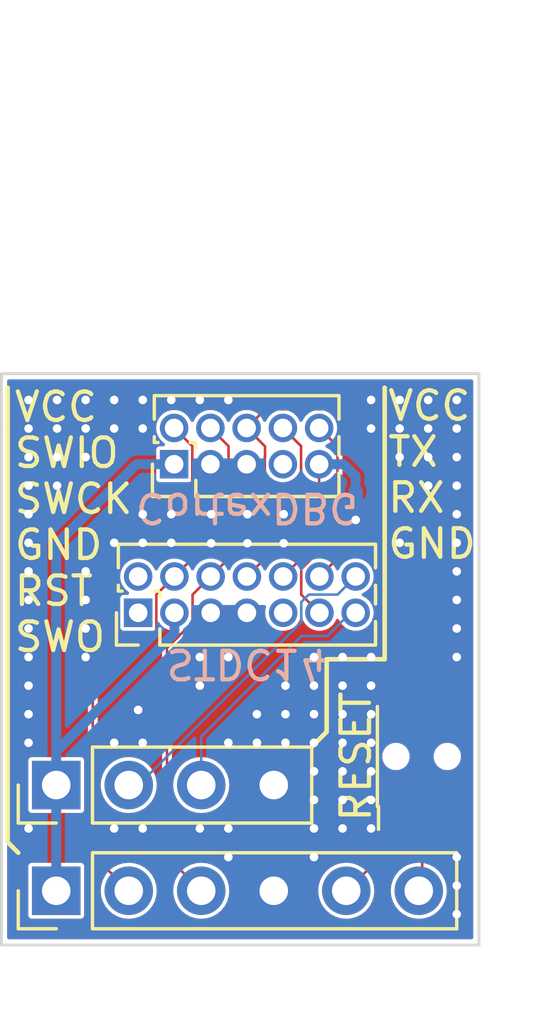
<source format=kicad_pcb>
(kicad_pcb (version 20221018) (generator pcbnew)
  (layers (0 "F.Cu" mixed) (31 "B.Cu" mixed) (34 "B.Paste" user) (35 "F.Paste" user) (36 "B.SilkS" user "B.Silkscreen") (37 "F.SilkS" user "F.Silkscreen") (38 "B.Mask" user) (39 "F.Mask" user) (44 "Edge.Cuts" user))
  (net 0 "")
  (net 3 "/SWDIO_TMS")
  (net 4 "/GND")
  (net 5 "/SWDCLK_TCLK")
  (net 6 "/NC_RTCK")
  (net 7 "/NC_TDI")
  (net 8 "/GND_DETECT")
  (net 9 "/VCC")
  (net 10 "/RX")
  (net 11 "/TX")
  (net 13 "/SWO_TDO")
  (net 14 "/nRESET")
  (footprint "Connector_PinHeader_2.54mm:PinHeader_1x06_P2.54mm_Vertical" (layer "F.Cu") (at 122.66 51.2 90)
    (fp_text reference "J5" hide)
    (fp_text value "Conn_01x06")
    (fp_line (start -1.33 -1.33) (end 0 -1.33) (stroke (width 0.12)) (layer "F.SilkS"))
    (fp_line (start -1.33 0) (end -1.33 -1.33) (stroke (width 0.12)) (layer "F.SilkS"))
    (fp_line (start -1.33 1.27) (end -1.33 14.03) (stroke (width 0.12)) (layer "F.SilkS"))
    (fp_line (start -1.33 1.27) (end 1.33 1.27) (stroke (width 0.12)) (layer "F.SilkS"))
    (fp_line (start -1.33 14.03) (end 1.33 14.03) (stroke (width 0.12)) (layer "F.SilkS"))
    (fp_line (start 1.33 1.27) (end 1.33 14.03) (stroke (width 0.12)) (layer "F.SilkS"))
    (pad "1" thru_hole rect (at 0 0 90) (size 1.7 1.7) (drill 1) (layers "*.Cu" "*.Mask") (net 9 "/VCC"))
    (pad "2" thru_hole oval (at 0 2.54 90) (size 1.7 1.7) (drill 1) (layers "*.Cu" "*.Mask") (net 3 "/SWDIO_TMS"))
    (pad "3" thru_hole oval (at 0 5.08 90) (size 1.7 1.7) (drill 1) (layers "*.Cu" "*.Mask") (net 5 "/SWDCLK_TCLK"))
    (pad "4" thru_hole oval (at 0 7.62 90) (size 1.7 1.7) (drill 1) (layers "*.Cu" "*.Mask") (net 4 "/GND"))
    (pad "5" thru_hole oval (at 0 10.16 90) (size 1.7 1.7) (drill 1) (layers "*.Cu" "*.Mask") (net 14 "/nRESET"))
    (pad "6" thru_hole oval (at 0 12.7 90) (size 1.7 1.7) (drill 1) (layers "*.Cu" "*.Mask") (net 13 "/SWO_TDO"))
  )
  (footprint "Connector_PinHeader_1.27mm:PinHeader_2x07_P1.27mm_Vertical" (layer "F.Cu") (at 125.53 41.47 90)
    (fp_text reference "J1" hide)
    (fp_text value "Conn_02x07_Odd_Even")
    (fp_line (start -1.13 -0.76) (end 0 -0.76) (stroke (width 0.12)) (layer "F.SilkS"))
    (fp_line (start -1.13 0) (end -1.13 -0.76) (stroke (width 0.12)) (layer "F.SilkS"))
    (fp_line (start -1.13 0.76) (end -1.13 8.315) (stroke (width 0.12)) (layer "F.SilkS"))
    (fp_line (start -1.13 0.76) (end -0.563471 0.76) (stroke (width 0.12)) (layer "F.SilkS"))
    (fp_line (start -1.13 8.315) (end -0.30753 8.315) (stroke (width 0.12)) (layer "F.SilkS"))
    (fp_line (start 0.30753 8.315) (end 0.96247 8.315) (stroke (width 0.12)) (layer "F.SilkS"))
    (fp_line (start 0.563471 0.76) (end 0.706529 0.76) (stroke (width 0.12)) (layer "F.SilkS"))
    (fp_line (start 0.76 -0.695) (end 0.96247 -0.695) (stroke (width 0.12)) (layer "F.SilkS"))
    (fp_line (start 0.76 -0.563471) (end 0.76 -0.695) (stroke (width 0.12)) (layer "F.SilkS"))
    (fp_line (start 0.76 0.706529) (end 0.76 0.563471) (stroke (width 0.12)) (layer "F.SilkS"))
    (fp_line (start 1.57753 -0.695) (end 2.4 -0.695) (stroke (width 0.12)) (layer "F.SilkS"))
    (fp_line (start 1.57753 8.315) (end 2.4 8.315) (stroke (width 0.12)) (layer "F.SilkS"))
    (fp_line (start 2.4 -0.695) (end 2.4 8.315) (stroke (width 0.12)) (layer "F.SilkS"))
    (pad "1" thru_hole rect (at 0 0 90) (size 1 1) (drill 0.65) (layers "*.Cu" "*.Mask"))
    (pad "2" thru_hole oval (at 1.27 0 90) (size 1 1) (drill 0.65) (layers "*.Cu" "*.Mask"))
    (pad "3" thru_hole oval (at 0 1.27 90) (size 1 1) (drill 0.65) (layers "*.Cu" "*.Mask") (net 9 "/VCC"))
    (pad "4" thru_hole oval (at 1.27 1.27 90) (size 1 1) (drill 0.65) (layers "*.Cu" "*.Mask") (net 3 "/SWDIO_TMS"))
    (pad "5" thru_hole oval (at 0 2.54 90) (size 1 1) (drill 0.65) (layers "*.Cu" "*.Mask") (net 4 "/GND"))
    (pad "6" thru_hole oval (at 1.27 2.54 90) (size 1 1) (drill 0.65) (layers "*.Cu" "*.Mask") (net 5 "/SWDCLK_TCLK"))
    (pad "7" thru_hole oval (at 0 3.81 90) (size 1 1) (drill 0.65) (layers "*.Cu" "*.Mask") (net 4 "/GND"))
    (pad "8" thru_hole oval (at 1.27 3.81 90) (size 1 1) (drill 0.65) (layers "*.Cu" "*.Mask") (net 13 "/SWO_TDO"))
    (pad "9" thru_hole oval (at 0 5.08 90) (size 1 1) (drill 0.65) (layers "*.Cu" "*.Mask") (net 6 "/NC_RTCK"))
    (pad "10" thru_hole oval (at 1.27 5.08 90) (size 1 1) (drill 0.65) (layers "*.Cu" "*.Mask") (net 7 "/NC_TDI"))
    (pad "11" thru_hole oval (at 0 6.35 90) (size 1 1) (drill 0.65) (layers "*.Cu" "*.Mask") (net 8 "/GND_DETECT"))
    (pad "12" thru_hole oval (at 1.27 6.35 90) (size 1 1) (drill 0.65) (layers "*.Cu" "*.Mask") (net 14 "/nRESET"))
    (pad "13" thru_hole oval (at 0 7.62 90) (size 1 1) (drill 0.65) (layers "*.Cu" "*.Mask") (net 10 "/RX"))
    (pad "14" thru_hole oval (at 1.27 7.62 90) (size 1 1) (drill 0.65) (layers "*.Cu" "*.Mask") (net 11 "/TX"))
  )
  (footprint "Connector_PinHeader_1.27mm:PinHeader_2x05_P1.27mm_Vertical" (layer "F.Cu") (at 126.79 36.27 90)
    (fp_text reference "J3" hide)
    (fp_text value "Conn_02x05_Odd_Even")
    (fp_line (start -1.13 -0.76) (end 0 -0.76) (stroke (width 0.12)) (layer "F.SilkS"))
    (fp_line (start -1.13 0) (end -1.13 -0.76) (stroke (width 0.12)) (layer "F.SilkS"))
    (fp_line (start -1.13 0.76) (end -1.13 5.775) (stroke (width 0.12)) (layer "F.SilkS"))
    (fp_line (start -1.13 0.76) (end -0.563471 0.76) (stroke (width 0.12)) (layer "F.SilkS"))
    (fp_line (start -1.13 5.775) (end -0.30753 5.775) (stroke (width 0.12)) (layer "F.SilkS"))
    (fp_line (start 0.30753 5.775) (end 0.96247 5.775) (stroke (width 0.12)) (layer "F.SilkS"))
    (fp_line (start 0.563471 0.76) (end 0.706529 0.76) (stroke (width 0.12)) (layer "F.SilkS"))
    (fp_line (start 0.76 -0.695) (end 0.96247 -0.695) (stroke (width 0.12)) (layer "F.SilkS"))
    (fp_line (start 0.76 -0.563471) (end 0.76 -0.695) (stroke (width 0.12)) (layer "F.SilkS"))
    (fp_line (start 0.76 0.706529) (end 0.76 0.563471) (stroke (width 0.12)) (layer "F.SilkS"))
    (fp_line (start 1.57753 -0.695) (end 2.4 -0.695) (stroke (width 0.12)) (layer "F.SilkS"))
    (fp_line (start 1.57753 5.775) (end 2.4 5.775) (stroke (width 0.12)) (layer "F.SilkS"))
    (fp_line (start 2.4 -0.695) (end 2.4 5.775) (stroke (width 0.12)) (layer "F.SilkS"))
    (pad "1" thru_hole rect (at 0 0 90) (size 1 1) (drill 0.65) (layers "*.Cu" "*.Mask") (net 9 "/VCC"))
    (pad "2" thru_hole oval (at 1.27 0 90) (size 1 1) (drill 0.65) (layers "*.Cu" "*.Mask") (net 3 "/SWDIO_TMS"))
    (pad "3" thru_hole oval (at 0 1.27 90) (size 1 1) (drill 0.65) (layers "*.Cu" "*.Mask") (net 4 "/GND"))
    (pad "4" thru_hole oval (at 1.27 1.27 90) (size 1 1) (drill 0.65) (layers "*.Cu" "*.Mask") (net 5 "/SWDCLK_TCLK"))
    (pad "5" thru_hole oval (at 0 2.54 90) (size 1 1) (drill 0.65) (layers "*.Cu" "*.Mask") (net 4 "/GND"))
    (pad "6" thru_hole oval (at 1.27 2.54 90) (size 1 1) (drill 0.65) (layers "*.Cu" "*.Mask") (net 13 "/SWO_TDO"))
    (pad "7" thru_hole oval (at 0 3.81 90) (size 1 1) (drill 0.65) (layers "*.Cu" "*.Mask"))
    (pad "8" thru_hole oval (at 1.27 3.81 90) (size 1 1) (drill 0.65) (layers "*.Cu" "*.Mask") (net 7 "/NC_TDI"))
    (pad "9" thru_hole oval (at 0 5.08 90) (size 1 1) (drill 0.65) (layers "*.Cu" "*.Mask") (net 8 "/GND_DETECT"))
    (pad "10" thru_hole oval (at 1.27 5.08 90) (size 1 1) (drill 0.65) (layers "*.Cu" "*.Mask") (net 14 "/nRESET"))
  )
  (footprint "Connector_PinHeader_2.54mm:PinHeader_1x04_P2.54mm_Vertical" (layer "F.Cu") (at 122.66 47.5 90)
    (fp_text reference "J4" hide)
    (fp_text value "Conn_01x04")
    (fp_line (start -1.33 -1.33) (end 0 -1.33) (stroke (width 0.12)) (layer "F.SilkS"))
    (fp_line (start -1.33 0) (end -1.33 -1.33) (stroke (width 0.12)) (layer "F.SilkS"))
    (fp_line (start -1.33 1.27) (end -1.33 8.95) (stroke (width 0.12)) (layer "F.SilkS"))
    (fp_line (start -1.33 1.27) (end 1.33 1.27) (stroke (width 0.12)) (layer "F.SilkS"))
    (fp_line (start -1.33 8.95) (end 1.33 8.95) (stroke (width 0.12)) (layer "F.SilkS"))
    (fp_line (start 1.33 1.27) (end 1.33 8.95) (stroke (width 0.12)) (layer "F.SilkS"))
    (pad "1" thru_hole rect (at 0 0 90) (size 1.7 1.7) (drill 1) (layers "*.Cu" "*.Mask") (net 9 "/VCC"))
    (pad "2" thru_hole oval (at 0 2.54 90) (size 1.7 1.7) (drill 1) (layers "*.Cu" "*.Mask") (net 11 "/TX"))
    (pad "3" thru_hole oval (at 0 5.08 90) (size 1.7 1.7) (drill 1) (layers "*.Cu" "*.Mask") (net 10 "/RX"))
    (pad "4" thru_hole oval (at 0 7.62 90) (size 1.7 1.7) (drill 1) (layers "*.Cu" "*.Mask") (net 4 "/GND"))
  )
  (footprint "Button_Switch_SMD:SW_SPST_EVQP7C" (layer "F.Cu") (at 135.46 46.5 90)
    (fp_text reference "SW1" hide)
    (fp_text value "SW_Push")
    (fp_line (start -2.55 -1.51) (end -1.75 -1.51) (stroke (width 0.12)) (layer "F.SilkS"))
    (fp_line (start -1.75 -1.55) (end -1.75 -1.51) (stroke (width 0.12)) (layer "F.SilkS"))
    (fp_line (start -1.75 -1.55) (end 1.75 -1.55) (stroke (width 0.12)) (layer "F.SilkS"))
    (pad "" np_thru_hole circle (at 0 -0.9 90) (size 0.7 0.7) (drill 0.7) (layers "*.Cu" "*.Mask"))
    (pad "" np_thru_hole circle (at 0 0.9 90) (size 0.7 0.7) (drill 0.7) (layers "*.Cu" "*.Mask"))
    (pad "1" smd roundrect (at -1.8 -0.72 90) (size 1.4 1.05) (layers "F.Cu" "F.Paste" "F.Mask") (roundrect_rratio 0.2380952381) (net 14 "/nRESET"))
    (pad "1" smd roundrect (at 1.8 -0.72 90) (size 1.4 1.05) (layers "F.Cu" "F.Paste" "F.Mask") (roundrect_rratio 0.2380952381) (net 14 "/nRESET"))
    (pad "2" smd roundrect (at -1.8 0.72 90) (size 1.4 1.05) (layers "F.Cu" "F.Paste" "F.Mask") (roundrect_rratio 0.2380952381) (net 4 "/GND"))
    (pad "2" smd roundrect (at 1.8 0.72 90) (size 1.4 1.05) (layers "F.Cu" "F.Paste" "F.Mask") (roundrect_rratio 0.2380952381) (net 4 "/GND"))
  )
  (footprint "NetTie:NetTie-2_SMD_Pad0.5mm" (layer "B.Cu") (at 133.15 37.719 -90)
    (fp_text reference "TIE1" hide)
    (fp_text value "NetTie" hide)
    (fp_poly (pts (xy -0.5 0.25) (xy 0.5 0.25) (xy 0.5 -0.25) (xy -0.5 -0.25)) (fill solid) (layer "B.Cu"))
    (pad "1" smd circle (at -0.5 0 270) (size 0.5 0.5) (layers "B.Cu") (net 8 "/GND_DETECT"))
    (pad "2" smd circle (at 0.5 0 270) (size 0.5 0.5) (layers "B.Cu") (net 4 "/GND"))
  )
  (gr_line (start 134.166 33.592) (end 134.166 43.096) (stroke (width 0.16)) (layer "F.SilkS"))
  (gr_line (start 134.166 43.096) (end 132.134 43.096) (stroke (width 0.16)) (layer "F.SilkS"))
  (gr_line (start 132.134 43.096) (end 132.134 44.366) (stroke (width 0.16)) (layer "F.SilkS"))
  (gr_line (start 132.134 45.636) (end 131.6 46.17) (stroke (width 0.16)) (layer "F.SilkS"))
  (gr_line (start 132.134 45.128) (end 132.134 45.636) (stroke (width 0.16)) (layer "F.SilkS"))
  (gr_line (start 120.958 34.968) (end 120.958 49.498) (stroke (width 0.16)) (layer "F.SilkS"))
  (gr_line (start 132.134 44.366) (end 132.134 45.128) (stroke (width 0.16)) (layer "F.SilkS"))
  (gr_line (start 120.958 49.498) (end 121.33 49.87) (stroke (width 0.16)) (layer "F.SilkS"))
  (gr_line (start 120.958 35.066) (end 120.958 33.592) (stroke (width 0.16)) (layer "F.SilkS"))
  (gr_line (start 120.74 33.1) (end 137.468 33.1) (stroke (width 0.1)) (layer "Edge.Cuts"))
  (gr_line (start 120.74 53.1) (end 120.74 33.1) (stroke (width 0.1)) (layer "Edge.Cuts"))
  (gr_line (start 137.468 53.1) (end 120.74 53.1) (stroke (width 0.1)) (layer "Edge.Cuts"))
  (gr_line (start 137.468 33.1) (end 137.468 53.1) (stroke (width 0.1)) (layer "Edge.Cuts"))
  (gr_text "STDC14" (at 129.34 43.255 180) (layer "B.SilkS") (effects (font (size 1 1)) (justify mirror)))
  (gr_text "CortexDBG" (at 129.34 37.794 180) (layer "B.SilkS") (effects (font (size 1 1)) (justify mirror)))
  (gr_text "VCC\nSWIO\nSWCK\nGND\nRST\nSWO" (at 121.121 38.291) (layer "F.SilkS") (effects (font (size 1 1)) (justify left)))
  (gr_text "VCC\nTX\nRX\nGND" (at 134.202 36.64) (layer "F.SilkS") (effects (font (size 1 1)) (justify left)))
  (gr_text "RESET" (at 133.16 46.5 90) (layer "F.SilkS") (effects (font (size 1 1))))
  (segment (start 126.1665 40.8335) (end 126.8 40.2) (width 0.089) (layer "F.Cu") (net 3))
  (segment (start 123.94 49.94) (end 123.94 44.327) (width 0.089) (layer "F.Cu") (net 3))
  (segment (start 127.4265 35.6365) (end 127.4265 39.5735) (width 0.089) (layer "F.Cu") (net 3))
  (segment (start 127.4265 39.5735) (end 126.8 40.2) (width 0.089) (layer "F.Cu") (net 3))
  (segment (start 126.79 35) (end 127.4265 35.6365) (width 0.089) (layer "F.Cu") (net 3))
  (segment (start 123.94 44.327) (end 126.1665 42.1005) (width 0.089) (layer "F.Cu") (net 3))
  (segment (start 125.2 51.2) (end 123.94 49.94) (width 0.089) (layer "F.Cu") (net 3))
  (segment (start 126.1665 42.1005) (end 126.1665 40.8335) (width 0.089) (layer "F.Cu") (net 3))
  (via (at 121.69 35.02) (size 0.5) (drill 0.3) (layers "F.Cu" "B.Cu") (net 4))
  (via (at 133.69 43.02) (size 0.5) (drill 0.3) (layers "F.Cu" "B.Cu") (net 4))
  (via (at 128.087 38.02) (size 0.5) (drill 0.3) (layers "F.Cu" "B.Cu") (net 4))
  (via (at 124.69 39.02) (size 0.5) (drill 0.3) (layers "F.Cu" "B.Cu") (net 4))
  (via (at 130.627 39.036) (size 0.5) (drill 0.3) (layers "F.Cu" "B.Cu") (net 4))
  (via (at 121.69 44.02) (size 0.5) (drill 0.3) (layers "F.Cu" "B.Cu") (net 4))
  (via (at 133.69 46.02) (size 0.5) (drill 0.3) (layers "F.Cu" "B.Cu") (net 4))
  (via (at 121.69 37.02) (size 0.5) (drill 0.3) (layers "F.Cu" "B.Cu") (net 4))
  (via (at 136.69 42.02) (size 0.5) (drill 0.3) (layers "F.Cu" "B.Cu") (net 4))
  (via (at 135.69 34.02) (size 0.5) (drill 0.3) (layers "F.Cu" "B.Cu") (net 4))
  (via (at 133.69 34.02) (size 0.5) (drill 0.3) (layers "F.Cu" "B.Cu") (net 4))
  (via (at 121.69 36.02) (size 0.5) (drill 0.3) (layers "F.Cu" "B.Cu") (net 4))
  (via (at 136.69 52.02) (size 0.5) (drill 0.3) (layers "F.Cu" "B.Cu") (net 4))
  (via (at 134.69 35.02) (size 0.5) (drill 0.3) (layers "F.Cu" "B.Cu") (net 4))
  (via (at 128.69 50.02) (size 0.5) (drill 0.3) (layers "F.Cu" "B.Cu") (net 4))
  (via (at 127.69 43.02) (size 0.5) (drill 0.3) (layers "F.Cu" "B.Cu") (net 4))
  (via (at 121.69 43.02) (size 0.5) (drill 0.3) (layers "F.Cu" "B.Cu") (net 4))
  (via (at 121.69 40.02) (size 0.5) (drill 0.3) (layers "F.Cu" "B.Cu") (net 4))
  (via (at 132.69 49.02) (size 0.5) (drill 0.3) (layers "F.Cu" "B.Cu") (net 4))
  (via (at 124.69 35.02) (size 0.5) (drill 0.3) (layers "F.Cu" "B.Cu") (net 4))
  (via (at 133.69 49.02) (size 0.5) (drill 0.3) (layers "F.Cu" "B.Cu") (net 4))
  (via (at 127.69 44.02) (size 0.5) (drill 0.3) (layers "F.Cu" "B.Cu") (net 4))
  (via (at 125.69 49.02) (size 0.5) (drill 0.3) (layers "F.Cu" "B.Cu") (net 4))
  (via (at 131.69 43.02) (size 0.5) (drill 0.3) (layers "F.Cu" "B.Cu") (net 4))
  (via (at 122.69 37.02) (size 0.5) (drill 0.3) (layers "F.Cu" "B.Cu") (net 4))
  (via (at 133.69 44.02) (size 0.5) (drill 0.3) (layers "F.Cu" "B.Cu") (net 4))
  (via (at 129.69 46.02) (size 0.5) (drill 0.3) (layers "F.Cu" "B.Cu") (net 4))
  (via (at 133.69 47.02) (size 0.5) (drill 0.3) (layers "F.Cu" "B.Cu") (net 4))
  (via (at 126.69 38.02) (size 0.5) (drill 0.3) (layers "F.Cu" "B.Cu") (net 4))
  (via (at 125.69 46.02) (size 0.5) (drill 0.3) (layers "F.Cu" "B.Cu") (net 4))
  (via (at 136.69 41.02) (size 0.5) (drill 0.3) (layers "F.Cu" "B.Cu") (net 4))
  (via (at 136.69 36.02) (size 0.5) (drill 0.3) (layers "F.Cu" "B.Cu") (net 4))
  (via (at 123.69 36.02) (size 0.5) (drill 0.3) (layers "F.Cu" "B.Cu") (net 4))
  (via (at 125.69 35.02) (size 0.5) (drill 0.3) (layers "F.Cu" "B.Cu") (net 4))
  (via (at 127.69 34.02) (size 0.5) (drill 0.3) (layers "F.Cu" "B.Cu") (net 4))
  (via (at 136.69 37.02) (size 0.5) (drill 0.3) (layers "F.Cu" "B.Cu") (net 4))
  (via (at 136.69 39.02) (size 0.5) (drill 0.3) (layers "F.Cu" "B.Cu") (net 4))
  (via (at 134.69 36.02) (size 0.5) (drill 0.3) (layers "F.Cu" "B.Cu") (net 4))
  (via (at 125.69 34.02) (size 0.5) (drill 0.3) (layers "F.Cu" "B.Cu") (net 4))
  (via (at 128.69 34.02) (size 0.5) (drill 0.3) (layers "F.Cu" "B.Cu") (net 4))
  (via (at 129.69 45.02) (size 0.5) (drill 0.3) (layers "F.Cu" "B.Cu") (net 4))
  (via (at 136.69 40.02) (size 0.5) (drill 0.3) (layers "F.Cu" "B.Cu") (net 4))
  (via (at 121.69 39.02) (size 0.5) (drill 0.3) (layers "F.Cu" "B.Cu") (net 4))
  (via (at 128.69 43.02) (size 0.5) (drill 0.3) (layers "F.Cu" "B.Cu") (net 4))
  (via (at 132.69 44.02) (size 0.5) (drill 0.3) (layers "F.Cu" "B.Cu") (net 4))
  (via (at 125.69 39.02) (size 0.5) (drill 0.3) (layers "F.Cu" "B.Cu") (net 4))
  (via (at 132.69 48.02) (size 0.5) (drill 0.3) (layers "F.Cu" "B.Cu") (net 4))
  (via (at 129.357 38.02) (size 0.5) (drill 0.3) (layers "F.Cu" "B.Cu") (net 4))
  (via (at 121.69 38.02) (size 0.5) (drill 0.3) (layers "F.Cu" "B.Cu") (net 4))
  (via (at 131.69 47.02) (size 0.5) (drill 0.3) (layers "F.Cu" "B.Cu") (net 4))
  (via (at 128.69 49.02) (size 0.5) (drill 0.3) (layers "F.Cu" "B.Cu") (net 4))
  (via (at 131.69 46.02) (size 0.5) (drill 0.3) (layers "F.Cu" "B.Cu") (net 4))
  (via (at 121.69 49.02) (size 0.5) (drill 0.3) (layers "F.Cu" "B.Cu") (net 4))
  (via (at 132.69 43.02) (size 0.5) (drill 0.3) (layers "F.Cu" "B.Cu") (net 4))
  (via (at 123.69 40.02) (size 0.5) (drill 0.3) (layers "F.Cu" "B.Cu") (net 4))
  (via (at 135.69 36.02) (size 0.5) (drill 0.3) (layers "F.Cu" "B.Cu") (net 4))
  (via (at 131.69 49.02) (size 0.5) (drill 0.3) (layers "F.Cu" "B.Cu") (net 4))
  (via (at 124.69 49.02) (size 0.5) (drill 0.3) (layers "F.Cu" "B.Cu") (net 4))
  (via (at 123.69 34.02) (size 0.5) (drill 0.3) (layers "F.Cu" "B.Cu") (net 4))
  (via (at 133.15 38.219) (size 0.5) (drill 0.3) (layers "F.Cu" "B.Cu") (net 4))
  (via (at 130.69 46.02) (size 0.5) (drill 0.3) (layers "F.Cu" "B.Cu") (net 4))
  (via (at 136.69 34.02) (size 0.5) (drill 0.3) (layers "F.Cu" "B.Cu") (net 4))
  (via (at 123.69 42.02) (size 0.5) (drill 0.3) (layers "F.Cu" "B.Cu") (net 4))
  (via (at 136.69 51.02) (size 0.5) (drill 0.3) (layers "F.Cu" "B.Cu") (net 4))
  (via (at 121.69 46.02) (size 0.5) (drill 0.3) (layers "F.Cu" "B.Cu") (net 4))
  (via (at 122.69 35.02) (size 0.5) (drill 0.3) (layers "F.Cu" "B.Cu") (net 4))
  (via (at 125.69 38.02) (size 0.5) (drill 0.3) (layers "F.Cu" "B.Cu") (net 4))
  (via (at 121.69 42.02) (size 0.5) (drill 0.3) (layers "F.Cu" "B.Cu") (net 4))
  (via (at 134.69 34.02) (size 0.5) (drill 0.3) (layers "F.Cu" "B.Cu") (net 4))
  (via (at 121.69 34.02) (size 0.5) (drill 0.3) (layers "F.Cu" "B.Cu") (net 4))
  (via (at 131.69 48.02) (size 0.5) (drill 0.3) (layers "F.Cu" "B.Cu") (net 4))
  (via (at 136.69 50.02) (size 0.5) (drill 0.3) (layers "F.Cu" "B.Cu") (net 4))
  (via (at 123.69 35.02) (size 0.5) (drill 0.3) (layers "F.Cu" "B.Cu") (net 4))
  (via (at 131.69 45.02) (size 0.5) (drill 0.3) (layers "F.Cu" "B.Cu") (net 4))
  (via (at 125.53 44.87) (size 0.5) (drill 0.3) (layers "F.Cu" "B.Cu") (net 4))
  (via (at 127.69 49.02) (size 0.5) (drill 0.3) (layers "F.Cu" "B.Cu") (net 4))
  (via (at 122.69 34.02) (size 0.5) (drill 0.3) (layers "F.Cu" "B.Cu") (net 4))
  (via (at 129.357 39.036) (size 0.5) (drill 0.3) (layers "F.Cu" "B.Cu") (net 4))
  (via (at 132.69 47.02) (size 0.5) (drill 0.3) (layers "F.Cu" "B.Cu") (net 4))
  (via (at 128.69 46.02) (size 0.5) (drill 0.3) (layers "F.Cu" "B.Cu") (net 4))
  (via (at 124.69 46.02) (size 0.5) (drill 0.3) (layers "F.Cu" "B.Cu") (net 4))
  (via (at 130.69 44.02) (size 0.5) (drill 0.3) (layers "F.Cu" "B.Cu") (net 4))
  (via (at 121.69 41.02) (size 0.5) (drill 0.3) (layers "F.Cu" "B.Cu") (net 4))
  (via (at 128.087 39.036) (size 0.5) (drill 0.3) (layers "F.Cu" "B.Cu") (net 4))
  (via (at 123.69 43.02) (size 0.5) (drill 0.3) (layers "F.Cu" "B.Cu") (net 4))
  (via (at 136.69 38.02) (size 0.5) (drill 0.3) (layers "F.Cu" "B.Cu") (net 4))
  (via (at 135.69 37.02) (size 0.5) (drill 0.3) (layers "F.Cu" "B.Cu") (net 4))
  (via (at 124.69 34.02) (size 0.5) (drill 0.3) (layers "F.Cu" "B.Cu") (net 4))
  (via (at 130.627 38.02) (size 0.5) (drill 0.3) (layers "F.Cu" "B.Cu") (net 4))
  (via (at 123.69 41.02) (size 0.5) (drill 0.3) (layers "F.Cu" "B.Cu") (net 4))
  (via (at 126.69 39.02) (size 0.5) (drill 0.3) (layers "F.Cu" "B.Cu") (net 4))
  (via (at 131.69 50.02) (size 0.5) (drill 0.3) (layers "F.Cu" "B.Cu") (net 4))
  (via (at 135.69 35.02) (size 0.5) (drill 0.3) (layers "F.Cu" "B.Cu") (net 4))
  (via (at 133.69 48.02) (size 0.5) (drill 0.3) (layers "F.Cu" "B.Cu") (net 4))
  (via (at 130.69 45.02) (size 0.5) (drill 0.3) (layers "F.Cu" "B.Cu") (net 4))
  (via (at 126.69 34.02) (size 0.5) (drill 0.3) (layers "F.Cu" "B.Cu") (net 4))
  (via (at 133.69 35.02) (size 0.5) (drill 0.3) (layers "F.Cu" "B.Cu") (net 4))
  (via (at 122.69 36.02) (size 0.5) (drill 0.3) (layers "F.Cu" "B.Cu") (net 4))
  (via (at 121.69 45.02) (size 0.5) (drill 0.3) (layers "F.Cu" "B.Cu") (net 4))
  (via (at 133.69 45.02) (size 0.5) (drill 0.3) (layers "F.Cu" "B.Cu") (net 4))
  (via (at 136.69 43.02) (size 0.5) (drill 0.3) (layers "F.Cu" "B.Cu") (net 4))
  (via (at 131.69 44.02) (size 0.5) (drill 0.3) (layers "F.Cu" "B.Cu") (net 4))
  (via (at 134.69 39.02) (size 0.5) (drill 0.3) (layers "F.Cu" "B.Cu") (net 4))
  (via (at 132.69 45.02) (size 0.5) (drill 0.3) (layers "F.Cu" "B.Cu") (net 4))
  (via (at 136.69 35.02) (size 0.5) (drill 0.3) (layers "F.Cu" "B.Cu") (net 4))
  (via (at 132.69 46.02) (size 0.5) (drill 0.3) (layers "F.Cu" "B.Cu") (net 4))
  (segment (start 128.07 41.47) (end 129.34 41.47) (width 0.35) (layer "B.Cu") (net 4))
  (segment (start 133.15 38.219) (end 133.15 37.965) (width 0.35) (layer "B.Cu") (net 4))
  (segment (start 128.06 36.27) (end 129.33 36.27) (width 0.35) (layer "B.Cu") (net 4))
  (segment (start 130.28 47.5) (end 130.28 51.2) (width 0.35) (layer "B.Cu") (net 4))
  (segment (start 126.54 50) (end 126.54 42.7) (width 0.089) (layer "F.Cu") (net 5))
  (segment (start 127.4365 41.8035) (end 127.4365 40.8335) (width 0.089) (layer "F.Cu") (net 5))
  (segment (start 127.74 51.2) (end 126.54 50) (width 0.089) (layer "F.Cu") (net 5))
  (segment (start 127.4365 40.8335) (end 128.07 40.2) (width 0.089) (layer "F.Cu") (net 5))
  (segment (start 128.06 35) (end 128.6965 35.6365) (width 0.089) (layer "F.Cu") (net 5))
  (segment (start 126.54 42.7) (end 127.4365 41.8035) (width 0.089) (layer "F.Cu") (net 5))
  (segment (start 128.6965 35.6365) (end 128.6965 39.5735) (width 0.089) (layer "F.Cu") (net 5))
  (segment (start 128.6965 39.5735) (end 128.07 40.2) (width 0.089) (layer "F.Cu") (net 5))
  (segment (start 130.6 35) (end 131.2365 35.6365) (width 0.089) (layer "F.Cu") (net 7))
  (segment (start 131.2365 35.6365) (end 131.2365 39.5735) (width 0.089) (layer "F.Cu") (net 7))
  (segment (start 131.2365 39.5735) (end 130.61 40.2) (width 0.089) (layer "F.Cu") (net 7))
  (segment (start 131.2435 39.940595) (end 131.2435 40.8335) (width 0.089) (layer "F.Cu") (net 8))
  (segment (start 131.87 39.314095) (end 131.2435 39.940595) (width 0.089) (layer "F.Cu") (net 8))
  (segment (start 131.87 36.27) (end 131.87 39.314095) (width 0.089) (layer "F.Cu") (net 8))
  (segment (start 131.2435 40.8335) (end 131.88 41.47) (width 0.089) (layer "F.Cu") (net 8))
  (segment (start 132.725 36.27) (end 133.15 36.695) (width 0.35) (layer "B.Cu") (net 8))
  (segment (start 133.15 36.695) (end 133.15 37.219) (width 0.35) (layer "B.Cu") (net 8))
  (segment (start 131.87 36.27) (end 132.725 36.27) (width 0.35) (layer "B.Cu") (net 8))
  (segment (start 122.66 46.317106) (end 122.66 47.5) (width 0.35) (layer "B.Cu") (net 9))
  (segment (start 125.47 36.27) (end 122.66 39.08) (width 0.35) (layer "B.Cu") (net 9))
  (segment (start 126.79 36.27) (end 125.47 36.27) (width 0.35) (layer "B.Cu") (net 9))
  (segment (start 122.66 39.08) (end 122.66 51.2) (width 0.35) (layer "B.Cu") (net 9))
  (segment (start 126.8 42.177106) (end 122.66 46.317106) (width 0.35) (layer "B.Cu") (net 9))
  (segment (start 126.8 41.47) (end 126.8 42.177106) (width 0.35) (layer "B.Cu") (net 9))
  (segment (start 132.1585 42.2815) (end 131.2585 42.2815) (width 0.089) (layer "B.Cu") (net 10))
  (segment (start 131.2585 42.2815) (end 127.74 45.8) (width 0.089) (layer "B.Cu") (net 10))
  (segment (start 133.15 41.47) (end 132.97 41.47) (width 0.089) (layer "B.Cu") (net 10))
  (segment (start 132.97 41.47) (end 132.1585 42.2815) (width 0.089) (layer "B.Cu") (net 10))
  (segment (start 127.74 45.8) (end 127.74 47.5) (width 0.089) (layer "B.Cu") (net 10))
  (segment (start 132.5165 40.8335) (end 131.5065 40.8335) (width 0.089) (layer "B.Cu") (net 11))
  (segment (start 131.5065 40.8335) (end 131.2435 41.0965) (width 0.089) (layer "B.Cu") (net 11))
  (segment (start 131.2435 41.0965) (end 131.2435 41.7965) (width 0.089) (layer "B.Cu") (net 11))
  (segment (start 133.15 40.2) (end 132.5165 40.8335) (width 0.089) (layer "B.Cu") (net 11))
  (segment (start 131.2435 41.7965) (end 125.54 47.5) (width 0.089) (layer "B.Cu") (net 11))
  (segment (start 125.54 47.5) (end 125.2 47.5) (width 0.089) (layer "B.Cu") (net 11))
  (segment (start 135.48 38.04) (end 132.642 35.202) (width 0.089) (layer "F.Cu") (net 13))
  (segment (start 129.9735 36.537603) (end 129.9735 39.5665) (width 0.089) (layer "F.Cu") (net 13))
  (segment (start 129.33 35) (end 129.9735 35.6435) (width 0.089) (layer "F.Cu") (net 13))
  (segment (start 129.9735 36.002397) (end 129.9665 36.009397) (width 0.089) (layer "F.Cu") (net 13))
  (segment (start 135.48 51.08) (end 135.48 38.04) (width 0.089) (layer "F.Cu") (net 13))
  (segment (start 129.9735 39.5665) (end 129.34 40.2) (width 0.089) (layer "F.Cu") (net 13))
  (segment (start 132.238051 34.3445) (end 129.9855 34.3445) (width 0.089) (layer "F.Cu") (net 13))
  (segment (start 132.642 35.202) (end 132.642 34.748449) (width 0.089) (layer "F.Cu") (net 13))
  (segment (start 129.9665 36.530603) (end 129.9735 36.537603) (width 0.089) (layer "F.Cu") (net 13))
  (segment (start 135.36 51.2) (end 135.48 51.08) (width 0.089) (layer "F.Cu") (net 13))
  (segment (start 129.9735 35.6435) (end 129.9735 36.002397) (width 0.089) (layer "F.Cu") (net 13))
  (segment (start 132.642 34.748449) (end 132.238051 34.3445) (width 0.089) (layer "F.Cu") (net 13))
  (segment (start 129.9665 36.009397) (end 129.9665 36.530603) (width 0.089) (layer "F.Cu") (net 13))
  (segment (start 129.9855 34.3445) (end 129.33 35) (width 0.089) (layer "F.Cu") (net 13))
  (segment (start 135.14 45.1) (end 135.14 47.9) (width 0.089) (layer "F.Cu") (net 14))
  (segment (start 134.74 44.7) (end 135.14 45.1) (width 0.089) (layer "F.Cu") (net 14))
  (segment (start 134.74 40.2) (end 133.84 39.3) (width 0.089) (layer "F.Cu") (net 14))
  (segment (start 132.5135 35.6435) (end 132.5135 39.5665) (width 0.089) (layer "F.Cu") (net 14))
  (segment (start 132.82 51.2) (end 132.84 51.2) (width 0.089) (layer "F.Cu") (net 14))
  (segment (start 132.78 39.3) (end 131.88 40.2) (width 0.089) (layer "F.Cu") (net 14))
  (segment (start 133.84 39.3) (end 132.78 39.3) (width 0.089) (layer "F.Cu") (net 14))
  (segment (start 134.74 44.7) (end 134.74 40.2) (width 0.089) (layer "F.Cu") (net 14))
  (segment (start 131.87 35) (end 132.5135 35.6435) (width 0.089) (layer "F.Cu") (net 14))
  (segment (start 132.84 51.2) (end 134.74 49.3) (width 0.089) (layer "F.Cu") (net 14))
  (segment (start 132.5135 39.5665) (end 131.88 40.2) (width 0.089) (layer "F.Cu") (net 14))
  (segment (start 134.74 49.3) (end 134.74 48.3) (width 0.089) (layer "F.Cu") (net 14))
  (segment (start 135.14 47.9) (end 134.74 48.3) (width 0.089) (layer "F.Cu") (net 14))
  (zone (net 0) (net_name "") (layers "F&B.Cu") (connect_pads (clearance 0)) (min_thickness 0.2032)
    (keepout (tracks allowed) (vias allowed) (pads allowed) (copperpour not_allowed) (footprints allowed))
    (fill (thermal_gap 0.254) (thermal_bridge_width 0.254) (island_removal_mode 1) (island_area_min 10))
    (polygon (pts (xy 125.74 40.5) (xy 132.94 40.5) (xy 132.94 41.2) (xy 125.74 41.2)))
  )
  (zone (net 0) (net_name "") (layers "F&B.Cu") (connect_pads (clearance 0)) (min_thickness 0.2032)
    (keepout (tracks allowed) (vias allowed) (pads allowed) (copperpour not_allowed) (footprints allowed))
    (fill (thermal_gap 0.254) (thermal_bridge_width 0.254) (island_removal_mode 1) (island_area_min 10))
    (polygon (pts (xy 127.04 35.238) (xy 131.64 35.238) (xy 131.64 36.065) (xy 127.04 36.065)))
  )
  (zone (net 4) (net_name "/GND") (layers "F&B.Cu") (connect_pads yes (clearance 0.127)) (min_thickness 0.127) (fill yes (thermal_gap 0.254) (thermal_bridge_width 0.254))
    (polygon (pts (xy 120.74 53.1) (xy 137.468 53.1) (xy 137.468 33.1) (xy 120.74 33.1)))
  )
)
</source>
